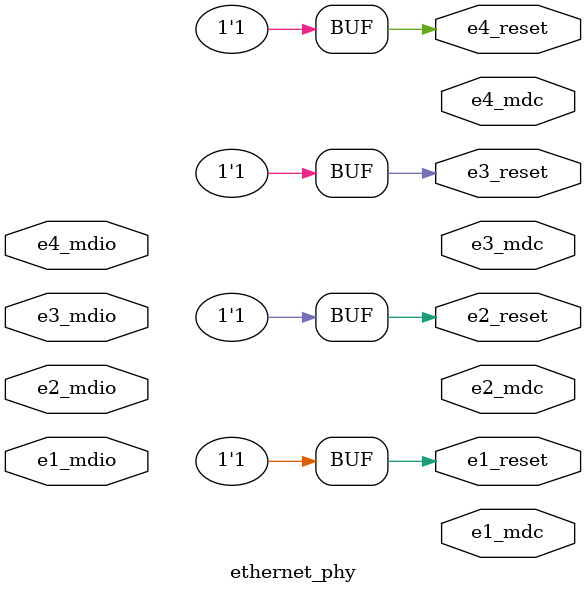
<source format=sv>

module ethernet_phy (
   output logic  e1_reset,
   output logic  e1_mdc,
   inout  logic  e1_mdio,
   output logic  e2_reset,
   output logic  e2_mdc,
   inout  logic  e2_mdio,
   output logic  e3_reset,
   output logic  e3_mdc,
   inout  logic  e3_mdio,
   output logic  e4_reset,
   output logic  e4_mdc,
   inout  logic  e4_mdio
);
   assign e1_reset = 1'b1;
   assign e2_reset = 1'b1;
   assign e3_reset = 1'b1;
   assign e4_reset = 1'b1;
endmodule

</source>
